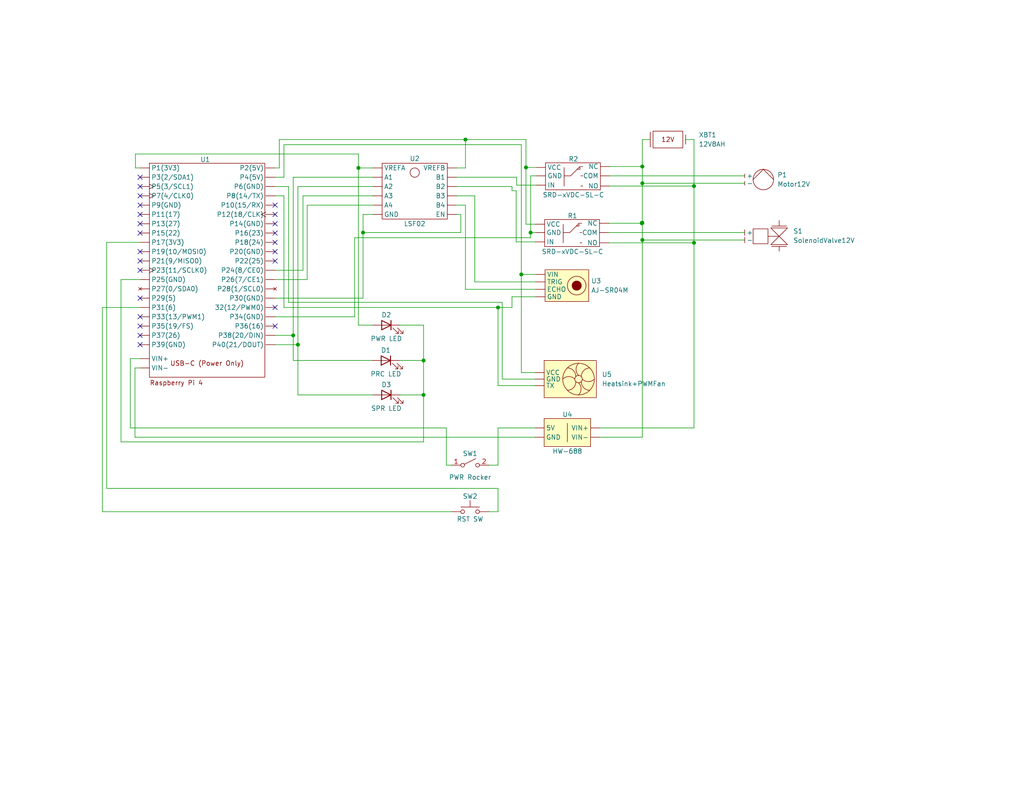
<source format=kicad_sch>
(kicad_sch (version 20211123) (generator eeschema)
  (paper "USLetter")
  (title_block (title "Map of Wirings") (date "2023-06-13") (rev "1.0") (company "There Goes Mangoes"))
  (lib_symbols
    (symbol "Battery Power and Management:12V8AH"
      (property "Reference" "XBT" (at 0 3.302 0))
      (property "Value" "12V8AH" (at 0 -3.556 0))
      (symbol "12V8AH_0_0"
        (polyline (pts (xy -4.826 2.032) (xy -4.826 -2.032)))
        (polyline (pts (xy 4.826 1.27) (xy 4.826 -1.27)))
        (text "12V" (at 0 0 0) (effects (font (size 1.27 1.27))))
      )
      (symbol "12V8AH_0_1"
        (rectangle (start -4.064 2.286) (end 4.064 -2.286))
      )
      (symbol "12V8AH_1_1"
        (pin power_out line (at 4.826 0 180) (length 0.635) hide (name "+") (number ""))
        (pin power_out line (at -4.826 0 0) (length 0.635) hide (name "-") (number ""))
      )
    )
    (symbol "Battery Power and Management:HW-688"
      (property "Reference" "U" (at 0 5.08 0))
      (property "Value" "HW-688" (at 0 -5.08 0))
      (symbol "HW-688_0_1"
        (rectangle (start -6.35 3.81) (end 6.35 -3.81) (fill (type background)))
        (polyline (pts (xy 0 2.54) (xy 0 -2.54)))
      )
      (symbol "HW-688_1_1"
        (pin power_out line (at 8.89 1.27 180) (length 2.54) (name "5V") (number ""))
        (pin power_out line (at 8.89 -1.27 180) (length 2.54) (name "GND") (number ""))
        (pin power_in line (at -8.89 1.27 0) (length 2.54) (name "VIN+") (number ""))
        (pin power_in line (at -8.89 -1.27 0) (length 2.54) (name "VIN-") (number ""))
      )
    )
    (symbol "Device:LED" (pin_numbers hide) (pin_names (offset 1.016) hide)
      (property "Reference" "D" (at 0 2.54 0))
      (property "Value" "LED" (at 0 -2.54 0))
      (symbol "LED_0_1"
        (polyline (pts (xy -1.27 -1.27) (xy -1.27 1.27)) (stroke (width 0.254)))
        (polyline (pts (xy -1.27 0) (xy 1.27 0)))
        (polyline (pts (xy 1.27 -1.27) (xy 1.27 1.27) (xy -1.27 0) (xy 1.27 -1.27)) (stroke (width 0.254)))
        (polyline (pts (xy -3.048 -0.762) (xy -4.572 -2.286) (xy -3.81 -2.286) (xy -4.572 -2.286) (xy -4.572 -1.524)))
        (polyline (pts (xy -1.778 -0.762) (xy -3.302 -2.286) (xy -2.54 -2.286) (xy -3.302 -2.286) (xy -3.302 -1.524)))
      )
      (symbol "LED_1_1"
        (pin passive line (at -3.81 0 0) (length 2.54) (name "K") (number "1"))
        (pin passive line (at 3.81 0 180) (length 2.54) (name "A") (number "2"))
      )
    )
    (symbol "Multilevel Voltage Converter:LSF02"
      (property "Reference" "U" (at 0 8.89 0))
      (property "Value" "LSF02" (at 0 0 90))
      (symbol "LSF02_0_1"
        (rectangle (start -8.89 7.62) (end 8.89 -7.62))
        (circle (center 0 5.08) (radius 1.27))
      )
      (symbol "LSF02_1_1"
        (pin bidirectional line (at -11.43 3.81 0) (length 2.54) (name "A1") (number ""))
        (pin bidirectional line (at -11.43 1.27 0) (length 2.54) (name "A2") (number ""))
        (pin bidirectional line (at -11.43 -1.27 0) (length 2.54) (name "A3") (number ""))
        (pin bidirectional line (at -11.43 -3.81 0) (length 2.54) (name "A4") (number ""))
        (pin bidirectional line (at 11.43 3.81 180) (length 2.54) (name "B1") (number ""))
        (pin bidirectional line (at 11.43 1.27 180) (length 2.54) (name "B2") (number ""))
        (pin bidirectional line (at 11.43 -1.27 180) (length 2.54) (name "B3") (number ""))
        (pin bidirectional line (at 11.43 -3.81 180) (length 2.54) (name "B4") (number ""))
        (pin power_in line (at 11.43 -6.35 180) (length 2.54) (name "EN") (number ""))
        (pin power_in line (at -11.43 -6.35 0) (length 2.54) (name "GND") (number ""))
        (pin power_in line (at -11.43 6.35 0) (length 2.54) (name "VREFA") (number ""))
        (pin power_in line (at 11.43 6.35 180) (length 2.54) (name "VREFB") (number ""))
      )
    )
    (symbol "Raspberry Pi 4:RPi4_Objective"
      (property "Reference" "U" (at 0 26.67 0))
      (symbol "RPi4_Objective_0_0"
        (text "Raspberry Pi 4" (at -7.874 -34.544 0) (effects (font (size 1.27 1.27))))
        (text "USB-C (Power Only)" (at 0.508 -29.21 0) (effects (font (size 1.27 1.27))))
      )
      (symbol "RPi4_Objective_0_1"
        (rectangle (start -15.24 25.4) (end 16.256 -33.02))
      )
      (symbol "RPi4_Objective_1_1"
        (pin bidirectional line (at 19.05 -13.97 180) (length 2.54) (name "32(12/PWM0)") (number ""))
        (pin power_out line (at -17.78 24.13 0) (length 2.54) (name "P1(3V3)") (number ""))
        (pin bidirectional line (at 19.05 13.97 180) (length 2.54) (name "P10(15/RX)") (number ""))
        (pin bidirectional line (at -17.78 11.43 0) (length 2.54) (name "P11(17)") (number ""))
        (pin bidirectional clock (at 19.05 11.43 180) (length 2.54) (name "P12(18/CLK)") (number ""))
        (pin bidirectional line (at -17.78 8.89 0) (length 2.54) (name "P13(27)") (number ""))
        (pin power_out line (at 19.05 8.89 180) (length 2.54) (name "P14(GND)") (number ""))
        (pin bidirectional line (at -17.78 6.35 0) (length 2.54) (name "P15(22)") (number ""))
        (pin bidirectional line (at 19.05 6.35 180) (length 2.54) (name "P16(23)") (number ""))
        (pin power_out line (at -17.78 3.81 0) (length 2.54) (name "P17(3V3)") (number ""))
        (pin bidirectional line (at 19.05 3.81 180) (length 2.54) (name "P18(24)") (number ""))
        (pin bidirectional line (at -17.78 1.27 0) (length 2.54) (name "P19(10/MOSI0)") (number ""))
        (pin power_out line (at 19.05 24.13 180) (length 2.54) (name "P2(5V)") (number ""))
        (pin power_out line (at 19.05 1.27 180) (length 2.54) (name "P20(GND)") (number ""))
        (pin bidirectional line (at -17.78 -1.27 0) (length 2.54) (name "P21(9/MISO0)") (number ""))
        (pin bidirectional line (at 19.05 -1.27 180) (length 2.54) (name "P22(25)") (number ""))
        (pin bidirectional clock (at -17.78 -3.81 0) (length 2.54) (name "P23(11/SCLK0)") (number ""))
        (pin bidirectional line (at 19.05 -3.81 180) (length 2.54) (name "P24(8/CE0)") (number ""))
        (pin power_out line (at -17.78 -6.35 0) (length 2.54) (name "P25(GND)") (number ""))
        (pin bidirectional line (at 19.05 -6.35 180) (length 2.54) (name "P26(7/CE1)") (number ""))
        (pin no_connect line (at -17.78 -8.89 0) (length 2.54) (name "P27(0/SDA0)") (number ""))
        (pin no_connect line (at 19.05 -8.89 180) (length 2.54) (name "P28(1/SCL0)") (number ""))
        (pin bidirectional line (at -17.78 -11.43 0) (length 2.54) (name "P29(5)") (number ""))
        (pin bidirectional line (at -17.78 21.59 0) (length 2.54) (name "P3(2/SDA1)") (number ""))
        (pin power_out line (at 19.05 -11.43 180) (length 2.54) (name "P30(GND)") (number ""))
        (pin bidirectional line (at -17.78 -13.97 0) (length 2.54) (name "P31(6)") (number ""))
        (pin bidirectional line (at -17.78 -16.51 0) (length 2.54) (name "P33(13/PWM1)") (number ""))
        (pin power_out line (at 19.05 -16.51 180) (length 2.54) (name "P34(GND)") (number ""))
        (pin bidirectional line (at -17.78 -19.05 0) (length 2.54) (name "P35(19/FS)") (number ""))
        (pin bidirectional line (at 19.05 -19.05 180) (length 2.54) (name "P36(16)") (number ""))
        (pin bidirectional line (at -17.78 -21.59 0) (length 2.54) (name "P37(26)") (number ""))
        (pin bidirectional line (at 19.05 -21.59 180) (length 2.54) (name "P38(20/DIN)") (number ""))
        (pin power_out line (at -17.78 -24.13 0) (length 2.54) (name "P39(GND)") (number ""))
        (pin power_out line (at 19.05 21.59 180) (length 2.54) (name "P4(5V)") (number ""))
        (pin bidirectional line (at 19.05 -24.13 180) (length 2.54) (name "P40(21/DOUT)") (number ""))
        (pin bidirectional clock (at -17.78 19.05 0) (length 2.54) (name "P5(3/SCL1)") (number ""))
        (pin power_out line (at 19.05 19.05 180) (length 2.54) (name "P6(GND)") (number ""))
        (pin bidirectional clock (at -17.78 16.51 0) (length 2.54) (name "P7(4/CLK0)") (number ""))
        (pin bidirectional line (at 19.05 16.51 180) (length 2.54) (name "P8(14/TX)") (number ""))
        (pin power_out line (at -17.78 13.97 0) (length 2.54) (name "P9(GND)") (number ""))
        (pin power_in line (at -17.78 -27.94 0) (length 2.54) (name "VIN+") (number ""))
        (pin power_in line (at -17.78 -30.48 0) (length 2.54) (name "VIN-") (number ""))
      )
    )
    (symbol "Sensors and Others:AJ-SR04M"
      (property "Reference" "U" (at 0 5.334 0))
      (property "Value" "AJ-SR04M" (at 0.762 -5.588 0))
      (symbol "AJ-SR04M_0_1"
        (rectangle (start -5.588 4.318) (end 6.35 -4.318) (fill (type background)))
        (circle (center 3.048 0) (radius 1.27) (fill (type outline)))
        (circle (center 3.048 0) (radius 2.54))
      )
      (symbol "AJ-SR04M_1_1"
        (pin output line (at -8.128 -1.016 0) (length 2.54) (name "ECHO") (number ""))
        (pin power_in line (at -8.128 -3.048 0) (length 2.54) (name "GND") (number ""))
        (pin input line (at -8.128 1.016 0) (length 2.54) (name "TRIG") (number ""))
        (pin power_in line (at -8.128 3.048 0) (length 2.54) (name "VIN") (number ""))
      )
    )
    (symbol "Sensors and Others:Heatsink+PWMFan"
      (property "Reference" "U" (at 0 6.096 0))
      (property "Value" "Heatsink+PWMFan" (at -0.254 -6.35 0))
      (symbol "Heatsink+PWMFan_0_1"
        (rectangle (start -6.858 5.08) (end 7.366 -5.08) (fill (type background)))
        (arc (start -0.508 -3.048) (mid 1.1084 -2.3784) (end 1.778 -0.762))
        (arc (start 1.524 0) (mid -0.127 3.9859) (end -1.778 0))
        (arc (start 1.778 0.762) (mid 3.3944 4.6644) (end -0.508 3.048))
        (arc (start 2.54 -4.318) (mid 3.2233 -2.667) (end 2.54 -1.016))
        (circle (center 2.54 0) (radius 1.016))
        (circle (center 2.54 0) (radius 4.318))
        (arc (start 2.54 4.318) (mid 1.8567 2.667) (end 2.54 1.016))
        (arc (start 3.302 -0.762) (mid 1.6789 -4.6711) (end 5.588 -3.048))
        (arc (start 3.556 0) (mid 5.207 -3.9859) (end 6.858 0))
        (arc (start 5.588 3.048) (mid 3.9811 2.3689) (end 3.302 0.762))
      )
      (symbol "Heatsink+PWMFan_1_1"
        (pin power_in line (at -9.398 0 0) (length 2.54) (name "GND") (number ""))
        (pin input line (at -9.398 -1.778 0) (length 2.54) (name "TX") (number ""))
        (pin power_in line (at -9.398 1.778 0) (length 2.54) (name "VCC") (number ""))
      )
    )
    (symbol "Sensors and Others:Motor12V"
      (property "Reference" "P" (at 0 3.81 0))
      (property "Value" "Motor12V" (at 0 -4.064 0))
      (symbol "Motor12V_0_1"
        (polyline (pts (xy -5.08 -0.508) (xy -5.08 -1.524)))
        (polyline (pts (xy -5.08 1.524) (xy -5.08 0.508)))
        (polyline (pts (xy -2.794 0) (xy 0 2.794) (xy 2.794 0)))
        (circle (center 0 0) (radius 2.794))
      )
      (symbol "Motor12V_1_1"
        (pin power_in line (at -5.08 1.016 0) (length 0) (name "+") (number ""))
        (pin power_in line (at -5.08 -1.016 0) (length 0) (name "-") (number ""))
      )
    )
    (symbol "Sensors and Others:SRD-xVDC-SL-C"
      (property "Reference" "R" (at 0.508 4.572 0))
      (property "Value" "SRD-xVDC-SL-C" (at 0 -5.334 0))
      (symbol "SRD-xVDC-SL-C_0_1"
        (polyline (pts (xy -2.54 2.286) (xy -2.54 -2.794)))
        (polyline (pts (xy 2.032 -2.794) (xy 2.54 -2.794)))
        (polyline (pts (xy 2.032 0) (xy 2.54 0)))
        (polyline (pts (xy 2.032 2.54) (xy 2.54 2.54)))
        (polyline (pts (xy -2.54 0) (xy -0.762 0) (xy 1.778 2.54)))
        (polyline (pts (xy 1.778 2.54) (xy 1.778 1.778) (xy 1.016 1.778) (xy 1.27 1.778)))
        (rectangle (start 7.366 3.556) (end -7.62 -3.81))
      )
      (symbol "SRD-xVDC-SL-C_1_1"
        (pin input line (at 9.906 0 180) (length 2.54) (name "COM") (number ""))
        (pin power_in line (at -10.16 0 0) (length 2.54) (name "GND") (number ""))
        (pin input line (at -10.16 -2.54 0) (length 2.54) (name "IN") (number ""))
        (pin free line (at 9.906 2.54 180) (length 2.54) (name "NC") (number ""))
        (pin free line (at 9.906 -2.794 180) (length 2.54) (name "NO") (number ""))
        (pin power_in line (at -10.16 2.286 0) (length 2.54) (name "VCC") (number ""))
      )
    )
    (symbol "Sensors and Others:SolenoidValve12V"
      (property "Reference" "S" (at 0 2.54 0))
      (property "Value" "SolenoidValve12V" (at 0.254 -6.096 0))
      (symbol "SolenoidValve12V_0_1"
        (rectangle (start -2.032 4.572) (end 2.032 0.508))
        (polyline (pts (xy -2.794 -2.54) (xy -4.064 -2.54)))
        (polyline (pts (xy -2.794 -0.508) (xy -2.794 -4.572)))
        (polyline (pts (xy -1.778 6.858) (xy -0.254 6.858)))
        (polyline (pts (xy 0 0.508) (xy 0 -2.54)))
        (polyline (pts (xy 0.254 6.858) (xy 1.778 6.858)))
        (polyline (pts (xy 2.794 -2.54) (xy 4.318 -2.54)))
        (polyline (pts (xy 2.794 -0.508) (xy 2.794 -4.572)))
        (polyline (pts (xy -2.286 -0.254) (xy 0 -2.54) (xy 2.286 -0.254) (xy 2.286 -4.826) (xy 0 -2.54) (xy -2.286 -4.826) (xy -2.286 -0.254)))
      )
      (symbol "SolenoidValve12V_1_1"
        (pin power_in line (at 1.016 6.858 270) (length 0) (name "+") (number ""))
        (pin power_in line (at -1.016 6.858 270) (length 0) (name "-") (number ""))
      )
    )
    (symbol "Switch:SW_Push" (pin_numbers hide) (pin_names (offset 1.016) hide)
      (property "Reference" "SW" (at 1.27 2.54 0))
      (property "Value" "SW_Push" (at 0 -1.524 0))
      (symbol "SW_Push_0_1"
        (circle (center -2.032 0) (radius 0.508))
        (polyline (pts (xy 0 1.27) (xy 0 3.048)))
        (polyline (pts (xy 2.54 1.27) (xy -2.54 1.27)))
        (circle (center 2.032 0) (radius 0.508))
        (pin passive line (at -5.08 0 0) (length 2.54) (name "1") (number "1"))
        (pin passive line (at 5.08 0 180) (length 2.54) (name "2") (number "2"))
      )
    )
    (symbol "Switch:SW_SPST" (pin_names (offset 0) hide)
      (property "Reference" "SW" (at 0 3.175 0))
      (property "Value" "SW_SPST" (at 0 -2.54 0))
      (symbol "SW_SPST_0_0"
        (circle (center -2.032 0) (radius 0.508))
        (polyline (pts (xy -1.524 0.254) (xy 1.524 1.778)))
        (circle (center 2.032 0) (radius 0.508))
      )
      (symbol "SW_SPST_1_1"
        (pin passive line (at -5.08 0 0) (length 2.54) (name "A") (number "1"))
        (pin passive line (at 5.08 0 180) (length 2.54) (name "B") (number "2"))
      )
    )
  )
  (junction (at 175.26 45.466))
  (junction (at 189.357 66.294))
  (junction (at 175.26 60.833))
  (junction (at 135.89 83.947))
  (junction (at 99.06 63.5))
  (junction (at 189.357 50.8))
  (junction (at 144.78 63.5))
  (junction (at 143.51 45.72))
  (junction (at 142.24 74.93))
  (junction (at 81.28 94.107))
  (junction (at 175.133 60.96))
  (junction (at 175.26 50.038))
  (junction (at 97.79 45.847))
  (junction (at 115.57 107.823))
  (junction (at 115.57 98.425))
  (junction (at 175.133 60.833))
  (junction (at 127 38.1))
  (junction (at 175.26 65.532))
  (junction (at 80.01 91.567))
  (no_connect (at 75.057 66.167))
  (no_connect (at 38.227 73.787))
  (no_connect (at 75.057 71.247))
  (no_connect (at 38.227 50.927))
  (no_connect (at 38.227 53.467))
  (no_connect (at 38.227 56.007))
  (no_connect (at 38.227 89.027))
  (no_connect (at 38.227 48.387))
  (no_connect (at 38.227 63.627))
  (no_connect (at 38.227 68.707))
  (no_connect (at 75.057 68.707))
  (no_connect (at 75.057 83.947))
  (no_connect (at 38.227 86.487))
  (no_connect (at 38.227 58.547))
  (no_connect (at 38.227 94.107))
  (no_connect (at 75.057 63.627))
  (no_connect (at 75.057 56.007))
  (no_connect (at 75.057 58.547))
  (no_connect (at 38.227 81.407))
  (no_connect (at 38.227 71.247))
  (no_connect (at 38.227 91.567))
  (no_connect (at 75.057 89.027))
  (no_connect (at 75.057 61.087))
  (no_connect (at 38.227 61.087))
  (wire (pts (xy 135.89 133.35) (xy 135.89 139.7)))
  (wire (pts (xy 129.54 76.962) (xy 129.54 53.467)))
  (wire (pts (xy 146.304 48.006) (xy 144.78 48.006)))
  (wire (pts (xy 175.26 38.1) (xy 175.26 45.466)))
  (wire (pts (xy 203.2 50.038) (xy 175.26 50.038)))
  (wire (pts (xy 127 56.007) (xy 127 78.994)))
  (wire (pts (xy 139.7 52.07) (xy 140.843 52.07)))
  (wire (pts (xy 146.05 61.214) (xy 143.51 61.214)))
  (wire (pts (xy 76.2 38.1) (xy 127 38.1)))
  (wire (pts (xy 139.7 83.947) (xy 135.89 83.947)))
  (wire (pts (xy 101.727 48.387) (xy 80.01 48.387)))
  (wire (pts (xy 175.26 45.466) (xy 175.26 50.038)))
  (wire (pts (xy 125.73 63.5) (xy 99.06 63.5)))
  (wire (pts (xy 140.97 50.546) (xy 146.304 50.546)))
  (wire (pts (xy 33.02 120.65) (xy 33.02 76.327)))
  (wire (pts (xy 82.677 73.787) (xy 75.057 73.787)))
  (wire (pts (xy 36.83 119.38) (xy 145.923 119.38)))
  (wire (pts (xy 140.97 48.387) (xy 140.97 50.546)))
  (wire (pts (xy 175.133 60.833) (xy 175.26 60.833)))
  (wire (pts (xy 80.01 48.387) (xy 80.01 91.567)))
  (wire (pts (xy 75.057 81.407) (xy 99.06 81.407)))
  (wire (pts (xy 77.47 83.947) (xy 77.47 53.467)))
  (wire (pts (xy 135.89 105.283) (xy 135.89 83.947)))
  (wire (pts (xy 29.083 66.167) (xy 29.083 133.35)))
  (wire (pts (xy 97.79 42.037) (xy 97.79 45.847)))
  (wire (pts (xy 137.033 82.55) (xy 137.033 103.505)))
  (wire (pts (xy 166.116 60.96) (xy 175.133 60.96)))
  (wire (pts (xy 163.703 119.38) (xy 175.26 119.38)))
  (wire (pts (xy 175.26 60.833) (xy 175.26 65.532)))
  (wire (pts (xy 177.419 38.1) (xy 175.26 38.1)))
  (wire (pts (xy 189.357 66.294) (xy 189.357 50.8)))
  (wire (pts (xy 127 45.847) (xy 127 38.1)))
  (wire (pts (xy 35.56 97.917) (xy 38.227 97.917)))
  (wire (pts (xy 124.587 45.847) (xy 127 45.847)))
  (wire (pts (xy 96.774 64.897) (xy 144.78 64.897)))
  (wire (pts (xy 137.033 103.505) (xy 145.923 103.505)))
  (wire (pts (xy 109.22 88.773) (xy 115.57 88.773)))
  (wire (pts (xy 145.923 105.283) (xy 135.89 105.283)))
  (wire (pts (xy 27.94 83.947) (xy 38.227 83.947)))
  (wire (pts (xy 96.774 86.487) (xy 96.774 64.897)))
  (wire (pts (xy 143.51 38.1) (xy 143.51 45.72)))
  (wire (pts (xy 175.133 60.96) (xy 175.133 60.833)))
  (wire (pts (xy 101.473 98.425) (xy 80.01 98.425)))
  (wire (pts (xy 75.057 86.487) (xy 96.774 86.487)))
  (wire (pts (xy 36.957 42.037) (xy 97.79 42.037)))
  (wire (pts (xy 175.26 119.38) (xy 175.26 65.532)))
  (wire (pts (xy 29.083 133.35) (xy 135.89 133.35)))
  (wire (pts (xy 142.24 74.93) (xy 142.24 101.727)))
  (wire (pts (xy 144.78 64.897) (xy 144.78 63.5)))
  (wire (pts (xy 80.01 91.567) (xy 80.01 98.425)))
  (wire (pts (xy 124.587 58.547) (xy 125.73 58.547)))
  (wire (pts (xy 189.357 38.1) (xy 187.071 38.1)))
  (wire (pts (xy 78.74 82.55) (xy 137.033 82.55)))
  (wire (pts (xy 146.177 76.962) (xy 129.54 76.962)))
  (wire (pts (xy 121.793 127) (xy 121.793 116.84)))
  (wire (pts (xy 77.47 53.467) (xy 75.057 53.467)))
  (wire (pts (xy 81.28 50.927) (xy 81.28 94.107)))
  (wire (pts (xy 38.227 66.167) (xy 29.083 66.167)))
  (wire (pts (xy 127 38.1) (xy 143.51 38.1)))
  (wire (pts (xy 75.057 48.387) (xy 77.47 48.387)))
  (wire (pts (xy 143.51 45.72) (xy 146.304 45.72)))
  (wire (pts (xy 163.703 116.84) (xy 189.357 116.84)))
  (wire (pts (xy 135.89 116.84) (xy 145.923 116.84)))
  (wire (pts (xy 135.89 139.7) (xy 133.35 139.7)))
  (wire (pts (xy 143.51 61.214) (xy 143.51 45.72)))
  (wire (pts (xy 124.587 48.387) (xy 140.97 48.387)))
  (wire (pts (xy 189.357 50.8) (xy 189.357 38.1)))
  (wire (pts (xy 77.47 48.387) (xy 77.47 39.497)))
  (wire (pts (xy 175.26 50.038) (xy 175.26 60.833)))
  (wire (pts (xy 38.227 45.847) (xy 36.957 45.847)))
  (wire (pts (xy 203.2 65.532) (xy 175.26 65.532)))
  (wire (pts (xy 35.56 116.84) (xy 35.56 97.917)))
  (wire (pts (xy 144.78 48.006) (xy 144.78 63.5)))
  (wire (pts (xy 166.37 48.006) (xy 203.2 48.006)))
  (wire (pts (xy 109.22 107.823) (xy 115.57 107.823)))
  (wire (pts (xy 78.74 50.927) (xy 78.74 82.55)))
  (wire (pts (xy 123.19 139.7) (xy 27.94 139.7)))
  (wire (pts (xy 124.587 50.927) (xy 139.7 50.927)))
  (wire (pts (xy 142.24 74.93) (xy 146.177 74.93)))
  (wire (pts (xy 75.057 50.927) (xy 78.74 50.927)))
  (wire (pts (xy 140.843 66.04) (xy 146.05 66.04)))
  (wire (pts (xy 83.82 56.007) (xy 101.727 56.007)))
  (wire (pts (xy 144.78 63.5) (xy 146.05 63.5)))
  (wire (pts (xy 127 78.994) (xy 146.177 78.994)))
  (wire (pts (xy 76.2 45.847) (xy 76.2 38.1)))
  (wire (pts (xy 36.83 100.457) (xy 36.83 119.38)))
  (wire (pts (xy 135.89 83.947) (xy 77.47 83.947)))
  (wire (pts (xy 166.37 45.466) (xy 175.26 45.466)))
  (wire (pts (xy 125.73 58.547) (xy 125.73 63.5)))
  (wire (pts (xy 77.47 39.497) (xy 142.24 39.497)))
  (wire (pts (xy 101.727 45.847) (xy 97.79 45.847)))
  (wire (pts (xy 129.54 53.467) (xy 124.587 53.467)))
  (wire (pts (xy 97.79 45.847) (xy 97.79 88.773)))
  (wire (pts (xy 145.923 101.727) (xy 142.24 101.727)))
  (wire (pts (xy 75.057 91.567) (xy 80.01 91.567)))
  (wire (pts (xy 115.57 107.823) (xy 115.57 120.65)))
  (wire (pts (xy 101.6 107.823) (xy 81.28 107.823)))
  (wire (pts (xy 101.6 88.773) (xy 97.79 88.773)))
  (wire (pts (xy 166.37 50.8) (xy 189.357 50.8)))
  (wire (pts (xy 83.82 76.327) (xy 83.82 56.007)))
  (wire (pts (xy 109.093 98.425) (xy 115.57 98.425)))
  (wire (pts (xy 139.7 50.927) (xy 139.7 52.07)))
  (wire (pts (xy 81.28 94.107) (xy 81.28 107.823)))
  (wire (pts (xy 115.57 98.425) (xy 115.57 107.823)))
  (wire (pts (xy 99.06 63.5) (xy 99.06 81.407)))
  (wire (pts (xy 99.06 58.547) (xy 99.06 63.5)))
  (wire (pts (xy 133.35 127) (xy 135.89 127)))
  (wire (pts (xy 99.06 58.547) (xy 101.727 58.547)))
  (wire (pts (xy 75.057 45.847) (xy 76.2 45.847)))
  (wire (pts (xy 82.677 53.467) (xy 82.677 73.787)))
  (wire (pts (xy 189.357 116.84) (xy 189.357 66.294)))
  (wire (pts (xy 142.24 39.497) (xy 142.24 74.93)))
  (wire (pts (xy 135.89 127) (xy 135.89 116.84)))
  (wire (pts (xy 81.28 94.107) (xy 75.057 94.107)))
  (wire (pts (xy 101.727 50.927) (xy 81.28 50.927)))
  (wire (pts (xy 115.57 88.773) (xy 115.57 98.425)))
  (wire (pts (xy 121.793 116.84) (xy 35.56 116.84)))
  (wire (pts (xy 27.94 139.7) (xy 27.94 83.947)))
  (wire (pts (xy 139.7 81.026) (xy 139.7 83.947)))
  (wire (pts (xy 36.957 45.847) (xy 36.957 42.037)))
  (wire (pts (xy 166.116 66.294) (xy 189.357 66.294)))
  (wire (pts (xy 140.843 52.07) (xy 140.843 66.04)))
  (wire (pts (xy 75.057 76.327) (xy 83.82 76.327)))
  (wire (pts (xy 38.227 100.457) (xy 36.83 100.457)))
  (wire (pts (xy 166.116 63.5) (xy 203.2 63.5)))
  (wire (pts (xy 101.727 53.467) (xy 82.677 53.467)))
  (wire (pts (xy 124.587 56.007) (xy 127 56.007)))
  (wire (pts (xy 33.02 120.65) (xy 115.57 120.65)))
  (wire (pts (xy 123.19 127) (xy 121.793 127)))
  (wire (pts (xy 146.177 81.026) (xy 139.7 81.026)))
  (wire (pts (xy 33.02 76.327) (xy 38.227 76.327)))
  (symbol (lib_id "Multilevel Voltage Converter:LSF02") (at 113.157 52.197 0) (unit 1)
    (property "Reference" "U2" (at 113.157 43.307 0))
    (property "Value" "LSF02" (at 113.157 61.087 0))
  )
  (symbol (lib_id "Sensors and Others:Heatsink+PWMFan") (at 155.321 103.505 0) (unit 1)
    (property "Reference" "U5" (at 164.211 102.2349 0) (effects (justify left)))
    (property "Value" "Heatsink+PWMFan" (at 164.211 104.7749 0) (effects (justify left)))
  )
  (symbol (lib_id "Battery Power and Management:12V8AH") (at 182.245 38.1 0) (unit 1)
    (property "Reference" "XBT1" (at 190.627 36.83 0) (effects (justify left)))
    (property "Value" "12V8AH" (at 190.627 39.37 0) (effects (justify left)))
  )
  (symbol (lib_id "Sensors and Others:SRD-xVDC-SL-C") (at 156.464 48.006 0) (unit 1)
    (property "Reference" "R2" (at 156.464 43.434 0))
    (property "Value" "SRD-xVDC-SL-C" (at 156.464 53.213 0))
  )
  (symbol (lib_id "Sensors and Others:AJ-SR04M") (at 154.305 77.978 0) (unit 1)
    (property "Reference" "U3" (at 161.29 76.7079 0) (effects (justify left)))
    (property "Value" "AJ-SR04M" (at 161.29 79.2479 0) (effects (justify left)))
  )
  (symbol (lib_id "Device:LED") (at 105.41 88.773 0) (mirror y) (unit 1)
    (property "Reference" "D2" (at 105.41 85.979 0))
    (property "Value" "PWR LED" (at 105.41 92.456 0))
  )
  (symbol (lib_id "Switch:SW_Push") (at 128.27 139.7 0) (unit 1)
    (property "Reference" "SW2" (at 128.27 135.509 0))
    (property "Value" "RST SW" (at 128.27 141.732 0))
  )
  (symbol (lib_id "Device:LED") (at 105.41 107.823 0) (mirror y) (unit 1)
    (property "Reference" "D3" (at 105.41 105.029 0))
    (property "Value" "SPR LED" (at 105.41 111.506 0))
  )
  (symbol (lib_id "Device:LED") (at 105.283 98.425 0) (mirror y) (unit 1)
    (property "Reference" "D1" (at 105.283 95.631 0))
    (property "Value" "PRC LED" (at 105.283 102.108 0))
  )
  (symbol (lib_id "Sensors and Others:Motor12V") (at 208.28 49.022 0) (unit 1)
    (property "Reference" "P1" (at 212.09 47.7519 0) (effects (justify left)))
    (property "Value" "Motor12V" (at 212.09 50.2919 0) (effects (justify left)))
  )
  (symbol (lib_id "Raspberry Pi 4:RPi4_Objective") (at 56.007 69.977 0) (unit 1)
    (property "Reference" "U1" (at 56.007 43.561 0))
    (property "Value" "RPi4_Objective" (effects hide))
  )
  (symbol (lib_id "Sensors and Others:SRD-xVDC-SL-C") (at 156.21 63.5 0) (unit 1)
    (property "Reference" "R1" (at 156.21 58.928 0))
    (property "Value" "SRD-xVDC-SL-C" (at 156.21 68.707 0))
  )
  (symbol (lib_id "Sensors and Others:SolenoidValve12V") (at 210.058 64.516 90) (unit 1)
    (property "Reference" "S1" (at 216.408 63.1189 90) (effects (justify right)))
    (property "Value" "SolenoidValve12V" (at 216.408 65.6589 90) (effects (justify right)))
  )
  (symbol (lib_id "Battery Power and Management:HW-688") (at 154.813 118.11 0) (mirror y) (unit 1)
    (property "Reference" "U4" (at 154.813 113.157 0))
    (property "Value" "HW-688" (at 154.813 123.19 0))
  )
  (symbol (lib_id "Switch:SW_SPST") (at 128.27 127 0) (unit 1)
    (property "Reference" "SW1" (at 128.27 123.825 0))
    (property "Value" "PWR Rocker" (at 128.27 130.302 0))
  )
)
</source>
